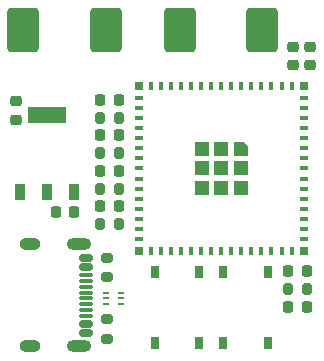
<source format=gbr>
%TF.GenerationSoftware,KiCad,Pcbnew,8.0.5*%
%TF.CreationDate,2025-02-04T19:21:07-06:00*%
%TF.ProjectId,Feather1268,46656174-6865-4723-9132-36382e6b6963,rev?*%
%TF.SameCoordinates,Original*%
%TF.FileFunction,Paste,Top*%
%TF.FilePolarity,Positive*%
%FSLAX46Y46*%
G04 Gerber Fmt 4.6, Leading zero omitted, Abs format (unit mm)*
G04 Created by KiCad (PCBNEW 8.0.5) date 2025-02-04 19:21:07*
%MOMM*%
%LPD*%
G01*
G04 APERTURE LIST*
G04 Aperture macros list*
%AMRoundRect*
0 Rectangle with rounded corners*
0 $1 Rounding radius*
0 $2 $3 $4 $5 $6 $7 $8 $9 X,Y pos of 4 corners*
0 Add a 4 corners polygon primitive as box body*
4,1,4,$2,$3,$4,$5,$6,$7,$8,$9,$2,$3,0*
0 Add four circle primitives for the rounded corners*
1,1,$1+$1,$2,$3*
1,1,$1+$1,$4,$5*
1,1,$1+$1,$6,$7*
1,1,$1+$1,$8,$9*
0 Add four rect primitives between the rounded corners*
20,1,$1+$1,$2,$3,$4,$5,0*
20,1,$1+$1,$4,$5,$6,$7,0*
20,1,$1+$1,$6,$7,$8,$9,0*
20,1,$1+$1,$8,$9,$2,$3,0*%
%AMOutline5P*
0 Free polygon, 5 corners , with rotation*
0 The origin of the aperture is its center*
0 number of corners: always 5*
0 $1 to $10 corner X, Y*
0 $11 Rotation angle, in degrees counterclockwise*
0 create outline with 5 corners*
4,1,5,$1,$2,$3,$4,$5,$6,$7,$8,$9,$10,$1,$2,$11*%
%AMOutline6P*
0 Free polygon, 6 corners , with rotation*
0 The origin of the aperture is its center*
0 number of corners: always 6*
0 $1 to $12 corner X, Y*
0 $13 Rotation angle, in degrees counterclockwise*
0 create outline with 6 corners*
4,1,6,$1,$2,$3,$4,$5,$6,$7,$8,$9,$10,$11,$12,$1,$2,$13*%
%AMOutline7P*
0 Free polygon, 7 corners , with rotation*
0 The origin of the aperture is its center*
0 number of corners: always 7*
0 $1 to $14 corner X, Y*
0 $15 Rotation angle, in degrees counterclockwise*
0 create outline with 7 corners*
4,1,7,$1,$2,$3,$4,$5,$6,$7,$8,$9,$10,$11,$12,$13,$14,$1,$2,$15*%
%AMOutline8P*
0 Free polygon, 8 corners , with rotation*
0 The origin of the aperture is its center*
0 number of corners: always 8*
0 $1 to $16 corner X, Y*
0 $17 Rotation angle, in degrees counterclockwise*
0 create outline with 8 corners*
4,1,8,$1,$2,$3,$4,$5,$6,$7,$8,$9,$10,$11,$12,$13,$14,$15,$16,$1,$2,$17*%
G04 Aperture macros list end*
%ADD10R,0.889000X1.473200*%
%ADD11R,3.200400X1.473200*%
%ADD12R,0.762000X0.990600*%
%ADD13RoundRect,0.050000X0.190000X0.050000X-0.190000X0.050000X-0.190000X-0.050000X0.190000X-0.050000X0*%
%ADD14R,0.400000X0.800000*%
%ADD15R,0.800000X0.400000*%
%ADD16Outline5P,-0.600000X0.204000X-0.204000X0.600000X0.600000X0.600000X0.600000X-0.600000X-0.600000X-0.600000X270.000000*%
%ADD17R,1.200000X1.200000*%
%ADD18R,0.800000X0.800000*%
%ADD19RoundRect,0.200000X-0.275000X0.200000X-0.275000X-0.200000X0.275000X-0.200000X0.275000X0.200000X0*%
%ADD20RoundRect,0.200000X0.275000X-0.200000X0.275000X0.200000X-0.275000X0.200000X-0.275000X-0.200000X0*%
%ADD21RoundRect,0.200000X0.200000X0.275000X-0.200000X0.275000X-0.200000X-0.275000X0.200000X-0.275000X0*%
%ADD22RoundRect,0.250000X1.082500X-1.595000X1.082500X1.595000X-1.082500X1.595000X-1.082500X-1.595000X0*%
%ADD23RoundRect,0.150000X-0.425000X0.150000X-0.425000X-0.150000X0.425000X-0.150000X0.425000X0.150000X0*%
%ADD24RoundRect,0.075000X-0.500000X0.075000X-0.500000X-0.075000X0.500000X-0.075000X0.500000X0.075000X0*%
%ADD25O,2.100000X1.000000*%
%ADD26O,1.800000X1.000000*%
%ADD27RoundRect,0.218750X-0.218750X-0.256250X0.218750X-0.256250X0.218750X0.256250X-0.218750X0.256250X0*%
%ADD28RoundRect,0.225000X0.225000X0.250000X-0.225000X0.250000X-0.225000X-0.250000X0.225000X-0.250000X0*%
%ADD29RoundRect,0.225000X0.250000X-0.225000X0.250000X0.225000X-0.250000X0.225000X-0.250000X-0.225000X0*%
%ADD30RoundRect,0.225000X-0.225000X-0.250000X0.225000X-0.250000X0.225000X0.250000X-0.225000X0.250000X0*%
%ADD31RoundRect,0.225000X-0.250000X0.225000X-0.250000X-0.225000X0.250000X-0.225000X0.250000X0.225000X0*%
G04 APERTURE END LIST*
D10*
%TO.C,U5*%
X118210000Y-43463900D03*
X120500000Y-43463900D03*
X122790000Y-43463900D03*
D11*
X120500000Y-36936100D03*
%TD*%
D12*
%TO.C,SW2*%
X129625000Y-56300002D03*
X129625000Y-50299998D03*
X133375000Y-56300002D03*
X133375000Y-50299998D03*
%TD*%
%TO.C,SW1*%
X135425000Y-56300002D03*
X135425000Y-50299998D03*
X139175000Y-56300002D03*
X139175000Y-50299998D03*
%TD*%
D13*
%TO.C,U3*%
X126800000Y-53000000D03*
X126800000Y-52500000D03*
X126800000Y-52000000D03*
X125500000Y-52000000D03*
X125500000Y-52500000D03*
X125500000Y-53000000D03*
%TD*%
D14*
%TO.C,U2*%
X141200000Y-34500000D03*
X140350000Y-34500000D03*
X139500000Y-34500000D03*
X138650000Y-34500000D03*
X137800000Y-34500000D03*
X136950000Y-34500000D03*
X136100000Y-34500000D03*
X135250000Y-34500000D03*
X134400000Y-34500000D03*
X133550000Y-34500000D03*
X132700000Y-34500000D03*
X131850000Y-34500000D03*
X131000000Y-34500000D03*
X130150000Y-34500000D03*
X129300000Y-34500000D03*
D15*
X128250000Y-35550000D03*
X128250000Y-36400000D03*
X128250000Y-37250000D03*
X128250000Y-38100000D03*
X128250000Y-38950000D03*
X128250000Y-39800000D03*
X128250000Y-40650000D03*
X128250000Y-41500000D03*
X128250000Y-42350000D03*
X128250000Y-43200000D03*
X128250000Y-44050000D03*
X128250000Y-44900000D03*
X128250000Y-45750000D03*
X128250000Y-46600000D03*
X128250000Y-47450000D03*
D14*
X129300000Y-48500000D03*
X130150000Y-48500000D03*
X131000000Y-48500000D03*
X131850000Y-48500000D03*
X132700000Y-48500000D03*
X133550000Y-48500000D03*
X134400000Y-48500000D03*
X135250000Y-48500000D03*
X136100000Y-48500000D03*
X136950000Y-48500000D03*
X137800000Y-48500000D03*
X138650000Y-48500000D03*
X139500000Y-48500000D03*
X140350000Y-48500000D03*
X141200000Y-48500000D03*
D15*
X142250000Y-47450000D03*
X142250000Y-46600000D03*
X142250000Y-45750000D03*
X142250000Y-44900000D03*
X142250000Y-44050000D03*
X142250000Y-43200000D03*
X142250000Y-42350000D03*
X142250000Y-41500000D03*
X142250000Y-40650000D03*
X142250000Y-39800000D03*
X142250000Y-38950000D03*
X142250000Y-38100000D03*
X142250000Y-37250000D03*
X142250000Y-36400000D03*
X142250000Y-35550000D03*
D16*
X136900000Y-39850000D03*
D17*
X135250000Y-39850000D03*
X133600000Y-39850000D03*
X136900000Y-41500000D03*
X135250000Y-41500000D03*
X133600000Y-41500000D03*
X136900000Y-43150000D03*
X135250000Y-43150000D03*
X133600000Y-43150000D03*
D18*
X142250000Y-34500000D03*
X128250000Y-34500000D03*
X128250000Y-48500000D03*
X142250000Y-48500000D03*
%TD*%
D19*
%TO.C,R8*%
X125600000Y-55925000D03*
X125600000Y-54275000D03*
%TD*%
D20*
%TO.C,R7*%
X125600000Y-49075000D03*
X125600000Y-50725000D03*
%TD*%
D21*
%TO.C,R6*%
X140875000Y-51700000D03*
X142525000Y-51700000D03*
%TD*%
%TO.C,R5*%
X126600000Y-46200000D03*
X124950000Y-46200000D03*
%TD*%
%TO.C,R4*%
X124950000Y-43200000D03*
X126600000Y-43200000D03*
%TD*%
%TO.C,R3*%
X126600000Y-40200000D03*
X124950000Y-40200000D03*
%TD*%
%TO.C,R2*%
X124950000Y-37200000D03*
X126600000Y-37200000D03*
%TD*%
D22*
%TO.C,J3*%
X125485000Y-29765000D03*
X118500000Y-29765000D03*
%TD*%
D23*
%TO.C,J2*%
X123790000Y-49050000D03*
X123790000Y-49850000D03*
D24*
X123790000Y-51000000D03*
X123790000Y-52000000D03*
X123790000Y-52500000D03*
X123790000Y-53500000D03*
D23*
X123790000Y-54650000D03*
X123790000Y-55450000D03*
X123790000Y-55450000D03*
X123790000Y-54650000D03*
D24*
X123790000Y-54000000D03*
X123790000Y-53000000D03*
X123790000Y-51500000D03*
X123790000Y-50500000D03*
D23*
X123790000Y-49850000D03*
X123790000Y-49050000D03*
D25*
X123215000Y-47930000D03*
D26*
X119035000Y-47930000D03*
D25*
X123215000Y-56570000D03*
D26*
X119035000Y-56570000D03*
%TD*%
D22*
%TO.C,J1*%
X131737500Y-29765000D03*
X138722500Y-29765000D03*
%TD*%
D27*
%TO.C,D4*%
X125007500Y-44700000D03*
X126582500Y-44700000D03*
%TD*%
%TO.C,D3*%
X125007500Y-41700000D03*
X126582500Y-41700000D03*
%TD*%
%TO.C,D2*%
X126582500Y-38700000D03*
X125007500Y-38700000D03*
%TD*%
%TO.C,D1*%
X126582500Y-35700000D03*
X125007500Y-35700000D03*
%TD*%
D28*
%TO.C,C10*%
X121225000Y-45200000D03*
X122775000Y-45200000D03*
%TD*%
D29*
%TO.C,C9*%
X117900000Y-37375000D03*
X117900000Y-35825000D03*
%TD*%
D30*
%TO.C,C7*%
X140925000Y-53200000D03*
X142475000Y-53200000D03*
%TD*%
%TO.C,C6*%
X140925000Y-50200000D03*
X142475000Y-50200000D03*
%TD*%
D31*
%TO.C,C5*%
X141300000Y-31225000D03*
X141300000Y-32775000D03*
%TD*%
%TO.C,C4*%
X142800000Y-31225000D03*
X142800000Y-32775000D03*
%TD*%
M02*

</source>
